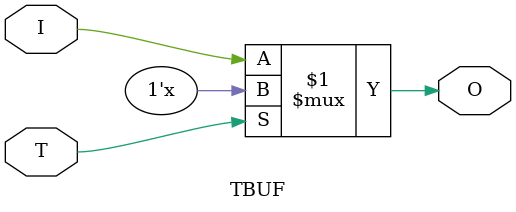
<source format=v>
`resetall
`timescale 1 ns / 100 ps

`celldefine

module TBUF (I, T, O);
  input  I, T;
  output O;

  bufif0 INST5 (O, I, T);


endmodule 

`endcelldefine

</source>
